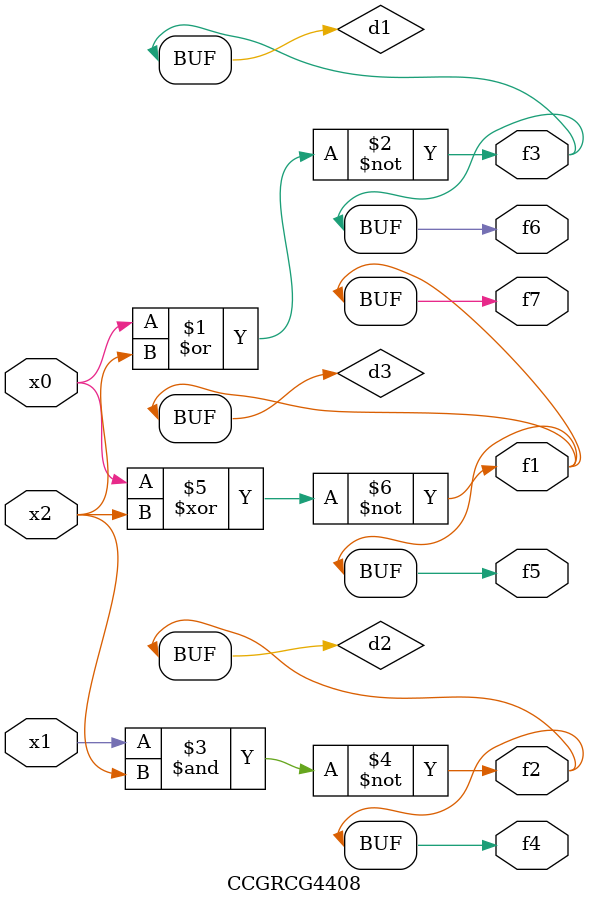
<source format=v>
module CCGRCG4408(
	input x0, x1, x2,
	output f1, f2, f3, f4, f5, f6, f7
);

	wire d1, d2, d3;

	nor (d1, x0, x2);
	nand (d2, x1, x2);
	xnor (d3, x0, x2);
	assign f1 = d3;
	assign f2 = d2;
	assign f3 = d1;
	assign f4 = d2;
	assign f5 = d3;
	assign f6 = d1;
	assign f7 = d3;
endmodule

</source>
